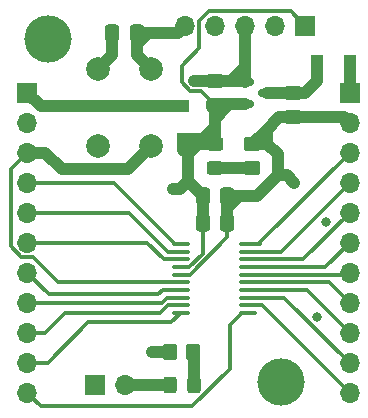
<source format=gbr>
%TF.GenerationSoftware,KiCad,Pcbnew,(6.0.0)*%
%TF.CreationDate,2022-04-08T13:22:09+02:00*%
%TF.ProjectId,STM32G030F6P6,53544d33-3247-4303-9330-463650362e6b,rev?*%
%TF.SameCoordinates,Original*%
%TF.FileFunction,Copper,L1,Top*%
%TF.FilePolarity,Positive*%
%FSLAX46Y46*%
G04 Gerber Fmt 4.6, Leading zero omitted, Abs format (unit mm)*
G04 Created by KiCad (PCBNEW (6.0.0)) date 2022-04-08 13:22:09*
%MOMM*%
%LPD*%
G01*
G04 APERTURE LIST*
G04 Aperture macros list*
%AMRoundRect*
0 Rectangle with rounded corners*
0 $1 Rounding radius*
0 $2 $3 $4 $5 $6 $7 $8 $9 X,Y pos of 4 corners*
0 Add a 4 corners polygon primitive as box body*
4,1,4,$2,$3,$4,$5,$6,$7,$8,$9,$2,$3,0*
0 Add four circle primitives for the rounded corners*
1,1,$1+$1,$2,$3*
1,1,$1+$1,$4,$5*
1,1,$1+$1,$6,$7*
1,1,$1+$1,$8,$9*
0 Add four rect primitives between the rounded corners*
20,1,$1+$1,$2,$3,$4,$5,0*
20,1,$1+$1,$4,$5,$6,$7,0*
20,1,$1+$1,$6,$7,$8,$9,0*
20,1,$1+$1,$8,$9,$2,$3,0*%
G04 Aperture macros list end*
%TA.AperFunction,SMDPad,CuDef*%
%ADD10R,1.100000X1.100000*%
%TD*%
%TA.AperFunction,SMDPad,CuDef*%
%ADD11RoundRect,0.250000X0.450000X-0.325000X0.450000X0.325000X-0.450000X0.325000X-0.450000X-0.325000X0*%
%TD*%
%TA.AperFunction,SMDPad,CuDef*%
%ADD12RoundRect,0.250000X0.350000X0.450000X-0.350000X0.450000X-0.350000X-0.450000X0.350000X-0.450000X0*%
%TD*%
%TA.AperFunction,SMDPad,CuDef*%
%ADD13RoundRect,0.250000X-0.450000X0.350000X-0.450000X-0.350000X0.450000X-0.350000X0.450000X0.350000X0*%
%TD*%
%TA.AperFunction,SMDPad,CuDef*%
%ADD14RoundRect,0.150000X-0.587500X-0.150000X0.587500X-0.150000X0.587500X0.150000X-0.587500X0.150000X0*%
%TD*%
%TA.AperFunction,SMDPad,CuDef*%
%ADD15RoundRect,0.250000X-0.337500X-0.475000X0.337500X-0.475000X0.337500X0.475000X-0.337500X0.475000X0*%
%TD*%
%TA.AperFunction,ComponentPad*%
%ADD16R,1.700000X1.700000*%
%TD*%
%TA.AperFunction,ComponentPad*%
%ADD17O,1.700000X1.700000*%
%TD*%
%TA.AperFunction,SMDPad,CuDef*%
%ADD18RoundRect,0.250000X-0.475000X0.337500X-0.475000X-0.337500X0.475000X-0.337500X0.475000X0.337500X0*%
%TD*%
%TA.AperFunction,ComponentPad*%
%ADD19C,2.000000*%
%TD*%
%TA.AperFunction,SMDPad,CuDef*%
%ADD20RoundRect,0.250000X0.475000X-0.337500X0.475000X0.337500X-0.475000X0.337500X-0.475000X-0.337500X0*%
%TD*%
%TA.AperFunction,SMDPad,CuDef*%
%ADD21RoundRect,0.250000X0.325000X0.450000X-0.325000X0.450000X-0.325000X-0.450000X0.325000X-0.450000X0*%
%TD*%
%TA.AperFunction,SMDPad,CuDef*%
%ADD22RoundRect,0.100000X-0.637500X-0.100000X0.637500X-0.100000X0.637500X0.100000X-0.637500X0.100000X0*%
%TD*%
%TA.AperFunction,SMDPad,CuDef*%
%ADD23RoundRect,0.250000X0.337500X0.475000X-0.337500X0.475000X-0.337500X-0.475000X0.337500X-0.475000X0*%
%TD*%
%TA.AperFunction,ViaPad*%
%ADD24C,0.800000*%
%TD*%
%TA.AperFunction,ViaPad*%
%ADD25C,4.000000*%
%TD*%
%TA.AperFunction,Conductor*%
%ADD26C,0.300000*%
%TD*%
%TA.AperFunction,Conductor*%
%ADD27C,1.000000*%
%TD*%
G04 APERTURE END LIST*
D10*
%TO.P,D4,1,K*%
%TO.N,VDD*%
X126873000Y-94488000D03*
%TO.P,D4,2,A*%
%TO.N,+3V3*%
X126873000Y-97288000D03*
%TD*%
D11*
%TO.P,D1,1,K*%
%TO.N,Net-(D1-Pad1)*%
X129565000Y-99695000D03*
%TO.P,D1,2,A*%
%TO.N,+3V3*%
X129565000Y-97645000D03*
%TD*%
D10*
%TO.P,D3,1,K*%
%TO.N,Net-(C1-Pad1)*%
X138173000Y-90678000D03*
%TO.P,D3,2,A*%
%TO.N,VIN*%
X140973000Y-90678000D03*
%TD*%
D12*
%TO.P,R2,1*%
%TO.N,Net-(D2-Pad1)*%
X127730000Y-115316000D03*
%TO.P,R2,2*%
%TO.N,GND*%
X125730000Y-115316000D03*
%TD*%
D13*
%TO.P,R1,1*%
%TO.N,GND*%
X132740000Y-97695000D03*
%TO.P,R1,2*%
%TO.N,Net-(D1-Pad1)*%
X132740000Y-99695000D03*
%TD*%
D14*
%TO.P,U1,3,VIN*%
%TO.N,Net-(C1-Pad1)*%
X134010000Y-93345000D03*
%TO.P,U1,2,VOUT*%
%TO.N,+3V3*%
X132135000Y-94295000D03*
%TO.P,U1,1,GND*%
%TO.N,GND*%
X132135000Y-92395000D03*
%TD*%
D15*
%TO.P,C2,1*%
%TO.N,+3V3*%
X128524000Y-102108000D03*
%TO.P,C2,2*%
%TO.N,GND*%
X130599000Y-102108000D03*
%TD*%
D16*
%TO.P,JP1,1,A*%
%TO.N,PC15*%
X119380000Y-118110000D03*
D17*
%TO.P,JP1,2,B*%
%TO.N,Net-(D2-Pad2)*%
X121920000Y-118110000D03*
%TD*%
D18*
%TO.P,C1,1*%
%TO.N,Net-(C1-Pad1)*%
X136144000Y-93345000D03*
%TO.P,C1,2*%
%TO.N,GND*%
X136144000Y-95420000D03*
%TD*%
D15*
%TO.P,C5,1*%
%TO.N,+3V3*%
X128524000Y-104394000D03*
%TO.P,C5,2*%
%TO.N,GND*%
X130599000Y-104394000D03*
%TD*%
D19*
%TO.P,SW1,1,1*%
%TO.N,GND*%
X119670000Y-97865000D03*
X119670000Y-91365000D03*
%TO.P,SW1,2,2*%
%TO.N,NRST*%
X124170000Y-97865000D03*
X124170000Y-91365000D03*
%TD*%
D20*
%TO.P,C4,1*%
%TO.N,+3V3*%
X129565000Y-94382500D03*
%TO.P,C4,2*%
%TO.N,GND*%
X129565000Y-92307500D03*
%TD*%
D21*
%TO.P,D2,1,K*%
%TO.N,Net-(D2-Pad1)*%
X127780000Y-118110000D03*
%TO.P,D2,2,A*%
%TO.N,Net-(D2-Pad2)*%
X125730000Y-118110000D03*
%TD*%
D17*
%TO.P,J1,5,Pin_5*%
%TO.N,NRST*%
X127025000Y-87655000D03*
%TO.P,J1,4,Pin_4*%
%TO.N,PA13{slash}SWDIO*%
X129565000Y-87655000D03*
%TO.P,J1,3,Pin_3*%
%TO.N,GND*%
X132105000Y-87655000D03*
%TO.P,J1,2,Pin_2*%
%TO.N,PA14{slash}SWCLK*%
X134645000Y-87655000D03*
D16*
%TO.P,J1,1,Pin_1*%
%TO.N,+3V3*%
X137185000Y-87655000D03*
%TD*%
D22*
%TO.P,U2,1,PB7*%
%TO.N,PB7*%
X126665000Y-106146500D03*
%TO.P,U2,2,PC14*%
%TO.N,PC14*%
X126665000Y-106796500D03*
%TO.P,U2,3,PC15*%
%TO.N,PC15*%
X126665000Y-107446500D03*
%TO.P,U2,4,VDD/VDDA*%
%TO.N,+3V3*%
X126665000Y-108096500D03*
%TO.P,U2,5,VSS/VSSA*%
%TO.N,GND*%
X126665000Y-108746500D03*
%TO.P,U2,6,NRST*%
%TO.N,NRST*%
X126665000Y-109396500D03*
%TO.P,U2,7,PA0*%
%TO.N,PA0*%
X126665000Y-110046500D03*
%TO.P,U2,8,PA1*%
%TO.N,PA1*%
X126665000Y-110696500D03*
%TO.P,U2,9,PA2*%
%TO.N,PA2*%
X126665000Y-111346500D03*
%TO.P,U2,10,PA3*%
%TO.N,PA3*%
X126665000Y-111996500D03*
%TO.P,U2,11,PA4*%
%TO.N,PA4*%
X132390000Y-111996500D03*
%TO.P,U2,12,PA5*%
%TO.N,PA5*%
X132390000Y-111346500D03*
%TO.P,U2,13,PA6*%
%TO.N,PA6*%
X132390000Y-110696500D03*
%TO.P,U2,14,PA7*%
%TO.N,PA7*%
X132390000Y-110046500D03*
%TO.P,U2,15,PB0*%
%TO.N,PB0*%
X132390000Y-109396500D03*
%TO.P,U2,16,PA11*%
%TO.N,PA11*%
X132390000Y-108746500D03*
%TO.P,U2,17,PA12*%
%TO.N,PA12*%
X132390000Y-108096500D03*
%TO.P,U2,18,PA13/SWDIO*%
%TO.N,PA13{slash}SWDIO*%
X132390000Y-107446500D03*
%TO.P,U2,19,PA14/SWCLK*%
%TO.N,PA14{slash}SWCLK*%
X132390000Y-106796500D03*
%TO.P,U2,20,PB3*%
%TO.N,PB3*%
X132390000Y-106146500D03*
%TD*%
D23*
%TO.P,C3,1*%
%TO.N,NRST*%
X122957500Y-88265000D03*
%TO.P,C3,2*%
%TO.N,GND*%
X120882500Y-88265000D03*
%TD*%
D16*
%TO.P,J2,1,Pin_1*%
%TO.N,VDD*%
X113665000Y-93345000D03*
D17*
%TO.P,J2,2,Pin_2*%
%TO.N,GND*%
X113665000Y-95885000D03*
%TO.P,J2,3,Pin_3*%
%TO.N,NRST*%
X113665000Y-98425000D03*
%TO.P,J2,4,Pin_4*%
%TO.N,PB7*%
X113665000Y-100965000D03*
%TO.P,J2,5,Pin_5*%
%TO.N,PC14*%
X113665000Y-103505000D03*
%TO.P,J2,6,Pin_6*%
%TO.N,PC15*%
X113665000Y-106045000D03*
%TO.P,J2,7,Pin_7*%
%TO.N,PA0*%
X113665000Y-108585000D03*
%TO.P,J2,8,Pin_8*%
%TO.N,PA1*%
X113665000Y-111125000D03*
%TO.P,J2,9,Pin_9*%
%TO.N,PA2*%
X113665000Y-113665000D03*
%TO.P,J2,10,Pin_10*%
%TO.N,PA3*%
X113665000Y-116205000D03*
%TO.P,J2,11,Pin_11*%
%TO.N,PA4*%
X113665000Y-118745000D03*
%TD*%
D16*
%TO.P,J3,1,Pin_1*%
%TO.N,VIN*%
X140970000Y-93345000D03*
D17*
%TO.P,J3,2,Pin_2*%
%TO.N,GND*%
X140970000Y-95885000D03*
%TO.P,J3,3,Pin_3*%
%TO.N,PB3*%
X140970000Y-98425000D03*
%TO.P,J3,4,Pin_4*%
%TO.N,PA14{slash}SWCLK*%
X140970000Y-100965000D03*
%TO.P,J3,5,Pin_5*%
%TO.N,PA13{slash}SWDIO*%
X140970000Y-103505000D03*
%TO.P,J3,6,Pin_6*%
%TO.N,PA12*%
X140970000Y-106045000D03*
%TO.P,J3,7,Pin_7*%
%TO.N,PA11*%
X140970000Y-108585000D03*
%TO.P,J3,8,Pin_8*%
%TO.N,PB0*%
X140970000Y-111125000D03*
%TO.P,J3,9,Pin_9*%
%TO.N,PA7*%
X140970000Y-113665000D03*
%TO.P,J3,10,Pin_10*%
%TO.N,PA6*%
X140970000Y-116205000D03*
%TO.P,J3,11,Pin_11*%
%TO.N,PA5*%
X140970000Y-118745000D03*
%TD*%
D24*
%TO.N,GND*%
X138232511Y-112324511D03*
X138938000Y-104267000D03*
D25*
X135128000Y-117856000D03*
X115443000Y-88773000D03*
D24*
X124206000Y-115316000D03*
X136271000Y-100965000D03*
X127783500Y-92307500D03*
%TO.N,+3V3*%
X125984000Y-101473000D03*
%TD*%
D26*
%TO.N,+3V3*%
X128400500Y-93218000D02*
X129565000Y-94382500D01*
X127492598Y-93218000D02*
X128400500Y-93218000D01*
X128224511Y-89580489D02*
X126746000Y-91059000D01*
X128224511Y-87299123D02*
X128224511Y-89580489D01*
X129068145Y-86455489D02*
X128224511Y-87299123D01*
X135985489Y-86455489D02*
X129068145Y-86455489D01*
X126746000Y-91059000D02*
X126746000Y-92471402D01*
X137185000Y-87655000D02*
X135985489Y-86455489D01*
X126746000Y-92471402D02*
X127492598Y-93218000D01*
D27*
%TO.N,VDD*%
X113665000Y-93345000D02*
X114808000Y-94488000D01*
X114808000Y-94488000D02*
X126873000Y-94488000D01*
%TO.N,+3V3*%
X126873000Y-98171000D02*
X127254000Y-98552000D01*
X126873000Y-97288000D02*
X126873000Y-98171000D01*
X128778000Y-97028000D02*
X128518000Y-97288000D01*
X128518000Y-97288000D02*
X126873000Y-97288000D01*
X127759000Y-98047000D02*
X127254000Y-98552000D01*
%TO.N,VDD*%
X113668000Y-93342000D02*
X113665000Y-93345000D01*
%TO.N,VIN*%
X140970000Y-93345000D02*
X140970000Y-90681000D01*
X140970000Y-90681000D02*
X140973000Y-90678000D01*
%TO.N,GND*%
X130599000Y-102108000D02*
X131318000Y-102108000D01*
X134874000Y-100330000D02*
X134874000Y-98552000D01*
X130958500Y-92307500D02*
X132135000Y-91131000D01*
X133886500Y-96548500D02*
X132740000Y-97695000D01*
D26*
X126665000Y-108746500D02*
X127444645Y-108746500D01*
D27*
X129565000Y-92307500D02*
X130958500Y-92307500D01*
X134874000Y-98552000D02*
X134017000Y-97695000D01*
X125730000Y-115316000D02*
X124206000Y-115316000D01*
X132047500Y-92307500D02*
X132135000Y-92395000D01*
X130599000Y-103081000D02*
X131318000Y-102362000D01*
X129565000Y-92307500D02*
X127783500Y-92307500D01*
X132135000Y-90987000D02*
X132135000Y-87685000D01*
X120882500Y-88265000D02*
X120882500Y-90152500D01*
X137185000Y-95420000D02*
X135015000Y-95420000D01*
X130958500Y-92307500D02*
X132047500Y-92307500D01*
X132135000Y-92395000D02*
X132135000Y-90987000D01*
X130599000Y-102108000D02*
X130599000Y-103081000D01*
X140505000Y-95420000D02*
X140970000Y-95885000D01*
D26*
X130599000Y-105592145D02*
X130599000Y-104394000D01*
D27*
X120882500Y-90152500D02*
X119670000Y-91365000D01*
X134017000Y-97695000D02*
X132740000Y-97695000D01*
X132135000Y-91131000D02*
X132135000Y-90987000D01*
X134017000Y-97695000D02*
X134017000Y-96679000D01*
X130599000Y-103081000D02*
X130599000Y-104394000D01*
X134874000Y-100330000D02*
X135636000Y-100330000D01*
X131318000Y-102362000D02*
X131318000Y-102108000D01*
X132135000Y-87685000D02*
X132105000Y-87655000D01*
X134017000Y-96679000D02*
X133886500Y-96548500D01*
X133096000Y-102108000D02*
X134874000Y-100330000D01*
X135015000Y-95420000D02*
X133886500Y-96548500D01*
X131318000Y-102108000D02*
X133096000Y-102108000D01*
X135636000Y-100330000D02*
X136271000Y-100965000D01*
X137185000Y-95420000D02*
X140505000Y-95420000D01*
D26*
X127444645Y-108746500D02*
X130599000Y-105592145D01*
D27*
%TO.N,+3V3*%
X129565000Y-97645000D02*
X129565000Y-96749000D01*
X127254000Y-98552000D02*
X128161000Y-97645000D01*
X127254000Y-100838000D02*
X127254000Y-98552000D01*
X128524000Y-102108000D02*
X127254000Y-100838000D01*
X127254000Y-100838000D02*
X126619000Y-101473000D01*
X132135000Y-94295000D02*
X130617000Y-94295000D01*
X128524000Y-102108000D02*
X128524000Y-104394000D01*
X130617000Y-94477000D02*
X129565000Y-95529000D01*
X128161000Y-97645000D02*
X128778000Y-97028000D01*
X129565000Y-96037000D02*
X129565000Y-96241000D01*
X126619000Y-101473000D02*
X125984000Y-101473000D01*
X129057000Y-96749000D02*
X129565000Y-96749000D01*
D26*
X126665000Y-108096500D02*
X127388217Y-108096500D01*
D27*
X130617000Y-94295000D02*
X130617000Y-94477000D01*
D26*
X127388217Y-108096500D02*
X128524000Y-106960717D01*
D27*
X128161000Y-97645000D02*
X129565000Y-97645000D01*
X129652500Y-94295000D02*
X129565000Y-94382500D01*
X129565000Y-96037000D02*
X129565000Y-95529000D01*
X129565000Y-96241000D02*
X128778000Y-97028000D01*
X129565000Y-96749000D02*
X129565000Y-96037000D01*
X128778000Y-97028000D02*
X129057000Y-96749000D01*
X129565000Y-95529000D02*
X129565000Y-94382500D01*
X130617000Y-94295000D02*
X129652500Y-94295000D01*
D26*
X128524000Y-106960717D02*
X128524000Y-104394000D01*
%TO.N,NRST*%
X112268000Y-106344366D02*
X112268000Y-99822000D01*
D27*
X115189000Y-98425000D02*
X113665000Y-98425000D01*
X122213000Y-99822000D02*
X116586000Y-99822000D01*
X122957500Y-88265000D02*
X122957500Y-89175500D01*
X122957500Y-90152500D02*
X124170000Y-91365000D01*
X124079000Y-88265000D02*
X126415000Y-88265000D01*
X126415000Y-88265000D02*
X127025000Y-87655000D01*
X122957500Y-88265000D02*
X124079000Y-88265000D01*
D26*
X113168145Y-107244511D02*
X112268000Y-106344366D01*
X126665000Y-109396500D02*
X116313844Y-109396500D01*
X116313844Y-109396500D02*
X114161855Y-107244511D01*
D27*
X124170000Y-97865000D02*
X122213000Y-99822000D01*
X122957500Y-89175500D02*
X122957500Y-90152500D01*
X124079000Y-88265000D02*
X123868000Y-88265000D01*
X116586000Y-99822000D02*
X115189000Y-98425000D01*
D26*
X112268000Y-99822000D02*
X113665000Y-98425000D01*
X114161855Y-107244511D02*
X113168145Y-107244511D01*
D27*
X123868000Y-88265000D02*
X122957500Y-89175500D01*
%TO.N,Net-(D1-Pad1)*%
X132740000Y-99695000D02*
X129565000Y-99695000D01*
%TO.N,Net-(D2-Pad1)*%
X127780000Y-118110000D02*
X127780000Y-115366000D01*
X127780000Y-115366000D02*
X127730000Y-115316000D01*
%TO.N,Net-(D2-Pad2)*%
X125730000Y-118110000D02*
X121920000Y-118110000D01*
D26*
%TO.N,PA14{slash}SWCLK*%
X140970000Y-100965000D02*
X135138500Y-106796500D01*
X135138500Y-106796500D02*
X132390000Y-106796500D01*
%TO.N,PA13{slash}SWDIO*%
X140970000Y-103505000D02*
X137028500Y-107446500D01*
X137028500Y-107446500D02*
X132390000Y-107446500D01*
%TO.N,PB7*%
X121031000Y-100965000D02*
X113665000Y-100965000D01*
X126665000Y-106146500D02*
X126212500Y-106146500D01*
X126212500Y-106146500D02*
X121031000Y-100965000D01*
%TO.N,PC14*%
X122301000Y-103505000D02*
X113665000Y-103505000D01*
X126665000Y-106796500D02*
X125592500Y-106796500D01*
X125592500Y-106796500D02*
X122301000Y-103505000D01*
%TO.N,PC15*%
X126665000Y-107446500D02*
X125226500Y-107446500D01*
X123825000Y-106045000D02*
X113665000Y-106045000D01*
X125226500Y-107446500D02*
X123825000Y-106045000D01*
%TO.N,PA0*%
X115491020Y-110411020D02*
X113665000Y-108585000D01*
X126665000Y-110046500D02*
X125157500Y-110046500D01*
X125157500Y-110046500D02*
X124792980Y-110411020D01*
X124792980Y-110411020D02*
X115491020Y-110411020D01*
%TO.N,PA1*%
X126665000Y-110696500D02*
X125523500Y-110696500D01*
X125523500Y-110696500D02*
X125095000Y-111125000D01*
X125095000Y-111125000D02*
X113665000Y-111125000D01*
%TO.N,PA2*%
X126665000Y-111346500D02*
X125579928Y-111346500D01*
X116840000Y-112014000D02*
X115189000Y-113665000D01*
X124912428Y-112014000D02*
X116840000Y-112014000D01*
X125579928Y-111346500D02*
X124912428Y-112014000D01*
X115189000Y-113665000D02*
X113665000Y-113665000D01*
%TO.N,PA3*%
X126665000Y-111996500D02*
X125877020Y-112784480D01*
X115443000Y-116205000D02*
X113665000Y-116205000D01*
X118863520Y-112784480D02*
X115443000Y-116205000D01*
X125877020Y-112784480D02*
X118863520Y-112784480D01*
%TO.N,PA4*%
X130810000Y-113030000D02*
X131843500Y-111996500D01*
X114808000Y-119888000D02*
X127624849Y-119888000D01*
X127624849Y-119888000D02*
X130810000Y-116702849D01*
X131843500Y-111996500D02*
X132390000Y-111996500D01*
X113665000Y-118745000D02*
X114808000Y-119888000D01*
X130810000Y-116702849D02*
X130810000Y-113030000D01*
%TO.N,PB3*%
X133375500Y-106019500D02*
X140970000Y-98425000D01*
X133375500Y-106146500D02*
X133375500Y-106019500D01*
X132390000Y-106146500D02*
X133375500Y-106146500D01*
%TO.N,PA12*%
X138918500Y-108096500D02*
X132390000Y-108096500D01*
X140970000Y-106045000D02*
X138918500Y-108096500D01*
%TO.N,PA11*%
X140970000Y-108585000D02*
X140808500Y-108746500D01*
X140808500Y-108746500D02*
X132390000Y-108746500D01*
%TO.N,PB0*%
X140970000Y-111125000D02*
X139241500Y-109396500D01*
X139241500Y-109396500D02*
X132390000Y-109396500D01*
%TO.N,PA7*%
X140970000Y-113665000D02*
X137351500Y-110046500D01*
X137351500Y-110046500D02*
X132390000Y-110046500D01*
%TO.N,PA6*%
X135461500Y-110696500D02*
X132390000Y-110696500D01*
X140970000Y-116205000D02*
X135461500Y-110696500D01*
%TO.N,PA5*%
X133571500Y-111346500D02*
X132390000Y-111346500D01*
X140970000Y-118745000D02*
X133571500Y-111346500D01*
D27*
%TO.N,Net-(C1-Pad1)*%
X138173000Y-92357000D02*
X137185000Y-93345000D01*
X138173000Y-90678000D02*
X138173000Y-92357000D01*
X137185000Y-93345000D02*
X134010000Y-93345000D01*
%TD*%
M02*

</source>
